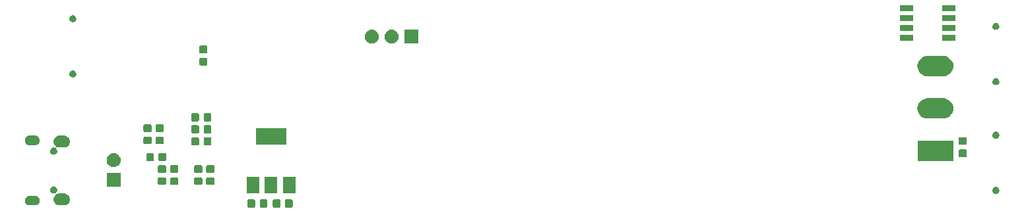
<source format=gbr>
G04 #@! TF.GenerationSoftware,KiCad,Pcbnew,5.0.2-bee76a0~70~ubuntu18.04.1*
G04 #@! TF.CreationDate,2019-10-29T17:05:40+01:00*
G04 #@! TF.ProjectId,emfi,656d6669-2e6b-4696-9361-645f70636258,0.1*
G04 #@! TF.SameCoordinates,Original*
G04 #@! TF.FileFunction,Soldermask,Bot*
G04 #@! TF.FilePolarity,Negative*
%FSLAX46Y46*%
G04 Gerber Fmt 4.6, Leading zero omitted, Abs format (unit mm)*
G04 Created by KiCad (PCBNEW 5.0.2-bee76a0~70~ubuntu18.04.1) date mar. 29 oct. 2019 17:05:40 CET*
%MOMM*%
%LPD*%
G01*
G04 APERTURE LIST*
%ADD10C,0.100000*%
G04 APERTURE END LIST*
D10*
G36*
X73304591Y-58728085D02*
X73338569Y-58738393D01*
X73369887Y-58755133D01*
X73397339Y-58777661D01*
X73419867Y-58805113D01*
X73436607Y-58836431D01*
X73446915Y-58870409D01*
X73451000Y-58911890D01*
X73451000Y-59588110D01*
X73446915Y-59629591D01*
X73436607Y-59663569D01*
X73419867Y-59694887D01*
X73397339Y-59722339D01*
X73369887Y-59744867D01*
X73338569Y-59761607D01*
X73304591Y-59771915D01*
X73263110Y-59776000D01*
X72661890Y-59776000D01*
X72620409Y-59771915D01*
X72586431Y-59761607D01*
X72555113Y-59744867D01*
X72527661Y-59722339D01*
X72505133Y-59694887D01*
X72488393Y-59663569D01*
X72478085Y-59629591D01*
X72474000Y-59588110D01*
X72474000Y-58911890D01*
X72478085Y-58870409D01*
X72488393Y-58836431D01*
X72505133Y-58805113D01*
X72527661Y-58777661D01*
X72555113Y-58755133D01*
X72586431Y-58738393D01*
X72620409Y-58728085D01*
X72661890Y-58724000D01*
X73263110Y-58724000D01*
X73304591Y-58728085D01*
X73304591Y-58728085D01*
G37*
G36*
X76554591Y-58728085D02*
X76588569Y-58738393D01*
X76619887Y-58755133D01*
X76647339Y-58777661D01*
X76669867Y-58805113D01*
X76686607Y-58836431D01*
X76696915Y-58870409D01*
X76701000Y-58911890D01*
X76701000Y-59588110D01*
X76696915Y-59629591D01*
X76686607Y-59663569D01*
X76669867Y-59694887D01*
X76647339Y-59722339D01*
X76619887Y-59744867D01*
X76588569Y-59761607D01*
X76554591Y-59771915D01*
X76513110Y-59776000D01*
X75911890Y-59776000D01*
X75870409Y-59771915D01*
X75836431Y-59761607D01*
X75805113Y-59744867D01*
X75777661Y-59722339D01*
X75755133Y-59694887D01*
X75738393Y-59663569D01*
X75728085Y-59629591D01*
X75724000Y-59588110D01*
X75724000Y-58911890D01*
X75728085Y-58870409D01*
X75738393Y-58836431D01*
X75755133Y-58805113D01*
X75777661Y-58777661D01*
X75805113Y-58755133D01*
X75836431Y-58738393D01*
X75870409Y-58728085D01*
X75911890Y-58724000D01*
X76513110Y-58724000D01*
X76554591Y-58728085D01*
X76554591Y-58728085D01*
G37*
G36*
X78129591Y-58728085D02*
X78163569Y-58738393D01*
X78194887Y-58755133D01*
X78222339Y-58777661D01*
X78244867Y-58805113D01*
X78261607Y-58836431D01*
X78271915Y-58870409D01*
X78276000Y-58911890D01*
X78276000Y-59588110D01*
X78271915Y-59629591D01*
X78261607Y-59663569D01*
X78244867Y-59694887D01*
X78222339Y-59722339D01*
X78194887Y-59744867D01*
X78163569Y-59761607D01*
X78129591Y-59771915D01*
X78088110Y-59776000D01*
X77486890Y-59776000D01*
X77445409Y-59771915D01*
X77411431Y-59761607D01*
X77380113Y-59744867D01*
X77352661Y-59722339D01*
X77330133Y-59694887D01*
X77313393Y-59663569D01*
X77303085Y-59629591D01*
X77299000Y-59588110D01*
X77299000Y-58911890D01*
X77303085Y-58870409D01*
X77313393Y-58836431D01*
X77330133Y-58805113D01*
X77352661Y-58777661D01*
X77380113Y-58755133D01*
X77411431Y-58738393D01*
X77445409Y-58728085D01*
X77486890Y-58724000D01*
X78088110Y-58724000D01*
X78129591Y-58728085D01*
X78129591Y-58728085D01*
G37*
G36*
X74879591Y-58728085D02*
X74913569Y-58738393D01*
X74944887Y-58755133D01*
X74972339Y-58777661D01*
X74994867Y-58805113D01*
X75011607Y-58836431D01*
X75021915Y-58870409D01*
X75026000Y-58911890D01*
X75026000Y-59588110D01*
X75021915Y-59629591D01*
X75011607Y-59663569D01*
X74994867Y-59694887D01*
X74972339Y-59722339D01*
X74944887Y-59744867D01*
X74913569Y-59761607D01*
X74879591Y-59771915D01*
X74838110Y-59776000D01*
X74236890Y-59776000D01*
X74195409Y-59771915D01*
X74161431Y-59761607D01*
X74130113Y-59744867D01*
X74102661Y-59722339D01*
X74080133Y-59694887D01*
X74063393Y-59663569D01*
X74053085Y-59629591D01*
X74049000Y-59588110D01*
X74049000Y-58911890D01*
X74053085Y-58870409D01*
X74063393Y-58836431D01*
X74080133Y-58805113D01*
X74102661Y-58777661D01*
X74130113Y-58755133D01*
X74161431Y-58738393D01*
X74195409Y-58728085D01*
X74236890Y-58724000D01*
X74838110Y-58724000D01*
X74879591Y-58728085D01*
X74879591Y-58728085D01*
G37*
G36*
X45297714Y-58258058D02*
X45297717Y-58258059D01*
X45415719Y-58293854D01*
X45415721Y-58293855D01*
X45524471Y-58351983D01*
X45619790Y-58430210D01*
X45698017Y-58525529D01*
X45756145Y-58634279D01*
X45791942Y-58752286D01*
X45804028Y-58875000D01*
X45791942Y-58997714D01*
X45756145Y-59115721D01*
X45698017Y-59224471D01*
X45619790Y-59319790D01*
X45524471Y-59398017D01*
X45524469Y-59398018D01*
X45415719Y-59456146D01*
X45319683Y-59485278D01*
X45297714Y-59491942D01*
X45205747Y-59501000D01*
X44494253Y-59501000D01*
X44402286Y-59491942D01*
X44380317Y-59485278D01*
X44284281Y-59456146D01*
X44175531Y-59398018D01*
X44175529Y-59398017D01*
X44080210Y-59319790D01*
X44001983Y-59224471D01*
X43943855Y-59115721D01*
X43908058Y-58997714D01*
X43895972Y-58875000D01*
X43908058Y-58752286D01*
X43943855Y-58634279D01*
X44001983Y-58525529D01*
X44080210Y-58430210D01*
X44175529Y-58351983D01*
X44284279Y-58293855D01*
X44284281Y-58293854D01*
X44402283Y-58258059D01*
X44402286Y-58258058D01*
X44494253Y-58249000D01*
X45205747Y-58249000D01*
X45297714Y-58258058D01*
X45297714Y-58258058D01*
G37*
G36*
X47688413Y-57055525D02*
X47763456Y-57078290D01*
X47773425Y-57081314D01*
X47851774Y-57123193D01*
X47920448Y-57179552D01*
X47976807Y-57248226D01*
X48018686Y-57326575D01*
X48018687Y-57326579D01*
X48044475Y-57411587D01*
X48053182Y-57500000D01*
X48044475Y-57588413D01*
X48021710Y-57663456D01*
X48018686Y-57673425D01*
X47990191Y-57726735D01*
X47976807Y-57751775D01*
X47958871Y-57773629D01*
X47927850Y-57811429D01*
X47914239Y-57831798D01*
X47904862Y-57854437D01*
X47900081Y-57878471D01*
X47900081Y-57902975D01*
X47904861Y-57927008D01*
X47914238Y-57949648D01*
X47927852Y-57970022D01*
X47945179Y-57987350D01*
X47965553Y-58000964D01*
X47988192Y-58010341D01*
X48012226Y-58015122D01*
X48036730Y-58015122D01*
X48060763Y-58010342D01*
X48069212Y-58006843D01*
X48076599Y-58004602D01*
X48076601Y-58004601D01*
X48222878Y-57960229D01*
X48222881Y-57960228D01*
X48336882Y-57949000D01*
X48963118Y-57949000D01*
X49077119Y-57960228D01*
X49077122Y-57960229D01*
X49223399Y-58004601D01*
X49223401Y-58004602D01*
X49358210Y-58076659D01*
X49476369Y-58173631D01*
X49573341Y-58291790D01*
X49573342Y-58291792D01*
X49645399Y-58426601D01*
X49675408Y-58525529D01*
X49689772Y-58572881D01*
X49704754Y-58725000D01*
X49689772Y-58877119D01*
X49645398Y-59023401D01*
X49573341Y-59158210D01*
X49476369Y-59276369D01*
X49358210Y-59373341D01*
X49312043Y-59398018D01*
X49223399Y-59445399D01*
X49104352Y-59481511D01*
X49077119Y-59489772D01*
X48963118Y-59501000D01*
X48336882Y-59501000D01*
X48222881Y-59489772D01*
X48195648Y-59481511D01*
X48076601Y-59445399D01*
X47987957Y-59398018D01*
X47941790Y-59373341D01*
X47823631Y-59276369D01*
X47726659Y-59158210D01*
X47654602Y-59023401D01*
X47610228Y-58877119D01*
X47595246Y-58725000D01*
X47610228Y-58572881D01*
X47624592Y-58525529D01*
X47654601Y-58426601D01*
X47726658Y-58291792D01*
X47726659Y-58291790D01*
X47823632Y-58173630D01*
X47860105Y-58143696D01*
X47877432Y-58126369D01*
X47891046Y-58105994D01*
X47900423Y-58083355D01*
X47905203Y-58059322D01*
X47905203Y-58034817D01*
X47900422Y-58010784D01*
X47891044Y-57988145D01*
X47877430Y-57967771D01*
X47860103Y-57950444D01*
X47839728Y-57936830D01*
X47817089Y-57927453D01*
X47793056Y-57922673D01*
X47768551Y-57922673D01*
X47744524Y-57927453D01*
X47723489Y-57933833D01*
X47688411Y-57944475D01*
X47622158Y-57951000D01*
X47577842Y-57951000D01*
X47511587Y-57944475D01*
X47436544Y-57921710D01*
X47426575Y-57918686D01*
X47348226Y-57876807D01*
X47279552Y-57820448D01*
X47223193Y-57751774D01*
X47181314Y-57673425D01*
X47178290Y-57663456D01*
X47155525Y-57588413D01*
X47146818Y-57500000D01*
X47155525Y-57411587D01*
X47181313Y-57326579D01*
X47181314Y-57326575D01*
X47223193Y-57248226D01*
X47279552Y-57179552D01*
X47348226Y-57123193D01*
X47426575Y-57081314D01*
X47436544Y-57078290D01*
X47511587Y-57055525D01*
X47577842Y-57049000D01*
X47622158Y-57049000D01*
X47688413Y-57055525D01*
X47688413Y-57055525D01*
G37*
G36*
X168631552Y-57126331D02*
X168713625Y-57160327D01*
X168713626Y-57160328D01*
X168713629Y-57160329D01*
X168787496Y-57209686D01*
X168787500Y-57209689D01*
X168850311Y-57272500D01*
X168850313Y-57272503D01*
X168850314Y-57272504D01*
X168899671Y-57346371D01*
X168899672Y-57346374D01*
X168899673Y-57346375D01*
X168933669Y-57428448D01*
X168951000Y-57515579D01*
X168951000Y-57604421D01*
X168933669Y-57691552D01*
X168899673Y-57773625D01*
X168899671Y-57773629D01*
X168868387Y-57820448D01*
X168850311Y-57847500D01*
X168787500Y-57910311D01*
X168787497Y-57910313D01*
X168787496Y-57910314D01*
X168713629Y-57959671D01*
X168713626Y-57959672D01*
X168713625Y-57959673D01*
X168631552Y-57993669D01*
X168544421Y-58011000D01*
X168455579Y-58011000D01*
X168368448Y-57993669D01*
X168286375Y-57959673D01*
X168286374Y-57959672D01*
X168286371Y-57959671D01*
X168212504Y-57910314D01*
X168212503Y-57910313D01*
X168212500Y-57910311D01*
X168149689Y-57847500D01*
X168131613Y-57820448D01*
X168100329Y-57773629D01*
X168100327Y-57773625D01*
X168066331Y-57691552D01*
X168049000Y-57604421D01*
X168049000Y-57515579D01*
X168066331Y-57428448D01*
X168100327Y-57346375D01*
X168100328Y-57346374D01*
X168100329Y-57346371D01*
X168149686Y-57272504D01*
X168149687Y-57272503D01*
X168149689Y-57272500D01*
X168212500Y-57209689D01*
X168212504Y-57209686D01*
X168286371Y-57160329D01*
X168286374Y-57160328D01*
X168286375Y-57160327D01*
X168368448Y-57126331D01*
X168455579Y-57109000D01*
X168544421Y-57109000D01*
X168631552Y-57126331D01*
X168631552Y-57126331D01*
G37*
G36*
X78612079Y-57965277D02*
X77010079Y-57965277D01*
X77010079Y-55863277D01*
X78612079Y-55863277D01*
X78612079Y-57965277D01*
X78612079Y-57965277D01*
G37*
G36*
X74012079Y-57965277D02*
X72410079Y-57965277D01*
X72410079Y-55863277D01*
X74012079Y-55863277D01*
X74012079Y-57965277D01*
X74012079Y-57965277D01*
G37*
G36*
X76312079Y-57965277D02*
X74710079Y-57965277D01*
X74710079Y-55863277D01*
X76312079Y-55863277D01*
X76312079Y-57965277D01*
X76312079Y-57965277D01*
G37*
G36*
X56201000Y-57101000D02*
X54399000Y-57101000D01*
X54399000Y-55299000D01*
X56201000Y-55299000D01*
X56201000Y-57101000D01*
X56201000Y-57101000D01*
G37*
G36*
X68079591Y-55903085D02*
X68113569Y-55913393D01*
X68144887Y-55930133D01*
X68172339Y-55952661D01*
X68194867Y-55980113D01*
X68211607Y-56011431D01*
X68221915Y-56045409D01*
X68226000Y-56086890D01*
X68226000Y-56688110D01*
X68221915Y-56729591D01*
X68211607Y-56763569D01*
X68194867Y-56794887D01*
X68172339Y-56822339D01*
X68144887Y-56844867D01*
X68113569Y-56861607D01*
X68079591Y-56871915D01*
X68038110Y-56876000D01*
X67361890Y-56876000D01*
X67320409Y-56871915D01*
X67286431Y-56861607D01*
X67255113Y-56844867D01*
X67227661Y-56822339D01*
X67205133Y-56794887D01*
X67188393Y-56763569D01*
X67178085Y-56729591D01*
X67174000Y-56688110D01*
X67174000Y-56086890D01*
X67178085Y-56045409D01*
X67188393Y-56011431D01*
X67205133Y-55980113D01*
X67227661Y-55952661D01*
X67255113Y-55930133D01*
X67286431Y-55913393D01*
X67320409Y-55903085D01*
X67361890Y-55899000D01*
X68038110Y-55899000D01*
X68079591Y-55903085D01*
X68079591Y-55903085D01*
G37*
G36*
X66529591Y-55903085D02*
X66563569Y-55913393D01*
X66594887Y-55930133D01*
X66622339Y-55952661D01*
X66644867Y-55980113D01*
X66661607Y-56011431D01*
X66671915Y-56045409D01*
X66676000Y-56086890D01*
X66676000Y-56688110D01*
X66671915Y-56729591D01*
X66661607Y-56763569D01*
X66644867Y-56794887D01*
X66622339Y-56822339D01*
X66594887Y-56844867D01*
X66563569Y-56861607D01*
X66529591Y-56871915D01*
X66488110Y-56876000D01*
X65811890Y-56876000D01*
X65770409Y-56871915D01*
X65736431Y-56861607D01*
X65705113Y-56844867D01*
X65677661Y-56822339D01*
X65655133Y-56794887D01*
X65638393Y-56763569D01*
X65628085Y-56729591D01*
X65624000Y-56688110D01*
X65624000Y-56086890D01*
X65628085Y-56045409D01*
X65638393Y-56011431D01*
X65655133Y-55980113D01*
X65677661Y-55952661D01*
X65705113Y-55930133D01*
X65736431Y-55913393D01*
X65770409Y-55903085D01*
X65811890Y-55899000D01*
X66488110Y-55899000D01*
X66529591Y-55903085D01*
X66529591Y-55903085D01*
G37*
G36*
X61879591Y-55903085D02*
X61913569Y-55913393D01*
X61944887Y-55930133D01*
X61972339Y-55952661D01*
X61994867Y-55980113D01*
X62011607Y-56011431D01*
X62021915Y-56045409D01*
X62026000Y-56086890D01*
X62026000Y-56688110D01*
X62021915Y-56729591D01*
X62011607Y-56763569D01*
X61994867Y-56794887D01*
X61972339Y-56822339D01*
X61944887Y-56844867D01*
X61913569Y-56861607D01*
X61879591Y-56871915D01*
X61838110Y-56876000D01*
X61161890Y-56876000D01*
X61120409Y-56871915D01*
X61086431Y-56861607D01*
X61055113Y-56844867D01*
X61027661Y-56822339D01*
X61005133Y-56794887D01*
X60988393Y-56763569D01*
X60978085Y-56729591D01*
X60974000Y-56688110D01*
X60974000Y-56086890D01*
X60978085Y-56045409D01*
X60988393Y-56011431D01*
X61005133Y-55980113D01*
X61027661Y-55952661D01*
X61055113Y-55930133D01*
X61086431Y-55913393D01*
X61120409Y-55903085D01*
X61161890Y-55899000D01*
X61838110Y-55899000D01*
X61879591Y-55903085D01*
X61879591Y-55903085D01*
G37*
G36*
X63429591Y-55903085D02*
X63463569Y-55913393D01*
X63494887Y-55930133D01*
X63522339Y-55952661D01*
X63544867Y-55980113D01*
X63561607Y-56011431D01*
X63571915Y-56045409D01*
X63576000Y-56086890D01*
X63576000Y-56688110D01*
X63571915Y-56729591D01*
X63561607Y-56763569D01*
X63544867Y-56794887D01*
X63522339Y-56822339D01*
X63494887Y-56844867D01*
X63463569Y-56861607D01*
X63429591Y-56871915D01*
X63388110Y-56876000D01*
X62711890Y-56876000D01*
X62670409Y-56871915D01*
X62636431Y-56861607D01*
X62605113Y-56844867D01*
X62577661Y-56822339D01*
X62555133Y-56794887D01*
X62538393Y-56763569D01*
X62528085Y-56729591D01*
X62524000Y-56688110D01*
X62524000Y-56086890D01*
X62528085Y-56045409D01*
X62538393Y-56011431D01*
X62555133Y-55980113D01*
X62577661Y-55952661D01*
X62605113Y-55930133D01*
X62636431Y-55913393D01*
X62670409Y-55903085D01*
X62711890Y-55899000D01*
X63388110Y-55899000D01*
X63429591Y-55903085D01*
X63429591Y-55903085D01*
G37*
G36*
X61879591Y-54328085D02*
X61913569Y-54338393D01*
X61944887Y-54355133D01*
X61972339Y-54377661D01*
X61994867Y-54405113D01*
X62011607Y-54436431D01*
X62021915Y-54470409D01*
X62026000Y-54511890D01*
X62026000Y-55113110D01*
X62021915Y-55154591D01*
X62011607Y-55188569D01*
X61994867Y-55219887D01*
X61972339Y-55247339D01*
X61944887Y-55269867D01*
X61913569Y-55286607D01*
X61879591Y-55296915D01*
X61838110Y-55301000D01*
X61161890Y-55301000D01*
X61120409Y-55296915D01*
X61086431Y-55286607D01*
X61055113Y-55269867D01*
X61027661Y-55247339D01*
X61005133Y-55219887D01*
X60988393Y-55188569D01*
X60978085Y-55154591D01*
X60974000Y-55113110D01*
X60974000Y-54511890D01*
X60978085Y-54470409D01*
X60988393Y-54436431D01*
X61005133Y-54405113D01*
X61027661Y-54377661D01*
X61055113Y-54355133D01*
X61086431Y-54338393D01*
X61120409Y-54328085D01*
X61161890Y-54324000D01*
X61838110Y-54324000D01*
X61879591Y-54328085D01*
X61879591Y-54328085D01*
G37*
G36*
X63429591Y-54328085D02*
X63463569Y-54338393D01*
X63494887Y-54355133D01*
X63522339Y-54377661D01*
X63544867Y-54405113D01*
X63561607Y-54436431D01*
X63571915Y-54470409D01*
X63576000Y-54511890D01*
X63576000Y-55113110D01*
X63571915Y-55154591D01*
X63561607Y-55188569D01*
X63544867Y-55219887D01*
X63522339Y-55247339D01*
X63494887Y-55269867D01*
X63463569Y-55286607D01*
X63429591Y-55296915D01*
X63388110Y-55301000D01*
X62711890Y-55301000D01*
X62670409Y-55296915D01*
X62636431Y-55286607D01*
X62605113Y-55269867D01*
X62577661Y-55247339D01*
X62555133Y-55219887D01*
X62538393Y-55188569D01*
X62528085Y-55154591D01*
X62524000Y-55113110D01*
X62524000Y-54511890D01*
X62528085Y-54470409D01*
X62538393Y-54436431D01*
X62555133Y-54405113D01*
X62577661Y-54377661D01*
X62605113Y-54355133D01*
X62636431Y-54338393D01*
X62670409Y-54328085D01*
X62711890Y-54324000D01*
X63388110Y-54324000D01*
X63429591Y-54328085D01*
X63429591Y-54328085D01*
G37*
G36*
X66529591Y-54328085D02*
X66563569Y-54338393D01*
X66594887Y-54355133D01*
X66622339Y-54377661D01*
X66644867Y-54405113D01*
X66661607Y-54436431D01*
X66671915Y-54470409D01*
X66676000Y-54511890D01*
X66676000Y-55113110D01*
X66671915Y-55154591D01*
X66661607Y-55188569D01*
X66644867Y-55219887D01*
X66622339Y-55247339D01*
X66594887Y-55269867D01*
X66563569Y-55286607D01*
X66529591Y-55296915D01*
X66488110Y-55301000D01*
X65811890Y-55301000D01*
X65770409Y-55296915D01*
X65736431Y-55286607D01*
X65705113Y-55269867D01*
X65677661Y-55247339D01*
X65655133Y-55219887D01*
X65638393Y-55188569D01*
X65628085Y-55154591D01*
X65624000Y-55113110D01*
X65624000Y-54511890D01*
X65628085Y-54470409D01*
X65638393Y-54436431D01*
X65655133Y-54405113D01*
X65677661Y-54377661D01*
X65705113Y-54355133D01*
X65736431Y-54338393D01*
X65770409Y-54328085D01*
X65811890Y-54324000D01*
X66488110Y-54324000D01*
X66529591Y-54328085D01*
X66529591Y-54328085D01*
G37*
G36*
X68079591Y-54328085D02*
X68113569Y-54338393D01*
X68144887Y-54355133D01*
X68172339Y-54377661D01*
X68194867Y-54405113D01*
X68211607Y-54436431D01*
X68221915Y-54470409D01*
X68226000Y-54511890D01*
X68226000Y-55113110D01*
X68221915Y-55154591D01*
X68211607Y-55188569D01*
X68194867Y-55219887D01*
X68172339Y-55247339D01*
X68144887Y-55269867D01*
X68113569Y-55286607D01*
X68079591Y-55296915D01*
X68038110Y-55301000D01*
X67361890Y-55301000D01*
X67320409Y-55296915D01*
X67286431Y-55286607D01*
X67255113Y-55269867D01*
X67227661Y-55247339D01*
X67205133Y-55219887D01*
X67188393Y-55188569D01*
X67178085Y-55154591D01*
X67174000Y-55113110D01*
X67174000Y-54511890D01*
X67178085Y-54470409D01*
X67188393Y-54436431D01*
X67205133Y-54405113D01*
X67227661Y-54377661D01*
X67255113Y-54355133D01*
X67286431Y-54338393D01*
X67320409Y-54328085D01*
X67361890Y-54324000D01*
X68038110Y-54324000D01*
X68079591Y-54328085D01*
X68079591Y-54328085D01*
G37*
G36*
X55410442Y-52765518D02*
X55476627Y-52772037D01*
X55585730Y-52805133D01*
X55646467Y-52823557D01*
X55705503Y-52855113D01*
X55802991Y-52907222D01*
X55816961Y-52918687D01*
X55940186Y-53019814D01*
X55996234Y-53088110D01*
X56052778Y-53157009D01*
X56052779Y-53157011D01*
X56136443Y-53313533D01*
X56136443Y-53313534D01*
X56187963Y-53483373D01*
X56205359Y-53660000D01*
X56187963Y-53836627D01*
X56153616Y-53949853D01*
X56136443Y-54006467D01*
X56062348Y-54145087D01*
X56052778Y-54162991D01*
X56023448Y-54198729D01*
X55940186Y-54300186D01*
X55845781Y-54377661D01*
X55802991Y-54412778D01*
X55802989Y-54412779D01*
X55646467Y-54496443D01*
X55595544Y-54511890D01*
X55476627Y-54547963D01*
X55410442Y-54554482D01*
X55344260Y-54561000D01*
X55255740Y-54561000D01*
X55189558Y-54554482D01*
X55123373Y-54547963D01*
X55004456Y-54511890D01*
X54953533Y-54496443D01*
X54797011Y-54412779D01*
X54797009Y-54412778D01*
X54754219Y-54377661D01*
X54659814Y-54300186D01*
X54576552Y-54198729D01*
X54547222Y-54162991D01*
X54537652Y-54145087D01*
X54463557Y-54006467D01*
X54446384Y-53949853D01*
X54412037Y-53836627D01*
X54394641Y-53660000D01*
X54412037Y-53483373D01*
X54463557Y-53313534D01*
X54463557Y-53313533D01*
X54547221Y-53157011D01*
X54547222Y-53157009D01*
X54603766Y-53088110D01*
X54659814Y-53019814D01*
X54783039Y-52918687D01*
X54797009Y-52907222D01*
X54894497Y-52855113D01*
X54953533Y-52823557D01*
X55014270Y-52805133D01*
X55123373Y-52772037D01*
X55189557Y-52765519D01*
X55255740Y-52759000D01*
X55344260Y-52759000D01*
X55410442Y-52765518D01*
X55410442Y-52765518D01*
G37*
G36*
X61879591Y-52778085D02*
X61913569Y-52788393D01*
X61944887Y-52805133D01*
X61972339Y-52827661D01*
X61994867Y-52855113D01*
X62011607Y-52886431D01*
X62021915Y-52920409D01*
X62026000Y-52961890D01*
X62026000Y-53638110D01*
X62021915Y-53679591D01*
X62011607Y-53713569D01*
X61994867Y-53744887D01*
X61972339Y-53772339D01*
X61944887Y-53794867D01*
X61913569Y-53811607D01*
X61879591Y-53821915D01*
X61838110Y-53826000D01*
X61236890Y-53826000D01*
X61195409Y-53821915D01*
X61161431Y-53811607D01*
X61130113Y-53794867D01*
X61102661Y-53772339D01*
X61080133Y-53744887D01*
X61063393Y-53713569D01*
X61053085Y-53679591D01*
X61049000Y-53638110D01*
X61049000Y-52961890D01*
X61053085Y-52920409D01*
X61063393Y-52886431D01*
X61080133Y-52855113D01*
X61102661Y-52827661D01*
X61130113Y-52805133D01*
X61161431Y-52788393D01*
X61195409Y-52778085D01*
X61236890Y-52774000D01*
X61838110Y-52774000D01*
X61879591Y-52778085D01*
X61879591Y-52778085D01*
G37*
G36*
X60304591Y-52778085D02*
X60338569Y-52788393D01*
X60369887Y-52805133D01*
X60397339Y-52827661D01*
X60419867Y-52855113D01*
X60436607Y-52886431D01*
X60446915Y-52920409D01*
X60451000Y-52961890D01*
X60451000Y-53638110D01*
X60446915Y-53679591D01*
X60436607Y-53713569D01*
X60419867Y-53744887D01*
X60397339Y-53772339D01*
X60369887Y-53794867D01*
X60338569Y-53811607D01*
X60304591Y-53821915D01*
X60263110Y-53826000D01*
X59661890Y-53826000D01*
X59620409Y-53821915D01*
X59586431Y-53811607D01*
X59555113Y-53794867D01*
X59527661Y-53772339D01*
X59505133Y-53744887D01*
X59488393Y-53713569D01*
X59478085Y-53679591D01*
X59474000Y-53638110D01*
X59474000Y-52961890D01*
X59478085Y-52920409D01*
X59488393Y-52886431D01*
X59505133Y-52855113D01*
X59527661Y-52827661D01*
X59555113Y-52805133D01*
X59586431Y-52788393D01*
X59620409Y-52778085D01*
X59661890Y-52774000D01*
X60263110Y-52774000D01*
X60304591Y-52778085D01*
X60304591Y-52778085D01*
G37*
G36*
X163051000Y-53751000D02*
X158449000Y-53751000D01*
X158449000Y-51149000D01*
X163051000Y-51149000D01*
X163051000Y-53751000D01*
X163051000Y-53751000D01*
G37*
G36*
X164629591Y-52303085D02*
X164663569Y-52313393D01*
X164694887Y-52330133D01*
X164722339Y-52352661D01*
X164744867Y-52380113D01*
X164761607Y-52411431D01*
X164771915Y-52445409D01*
X164776000Y-52486890D01*
X164776000Y-53088110D01*
X164771915Y-53129591D01*
X164761607Y-53163569D01*
X164744867Y-53194887D01*
X164722339Y-53222339D01*
X164694887Y-53244867D01*
X164663569Y-53261607D01*
X164629591Y-53271915D01*
X164588110Y-53276000D01*
X163911890Y-53276000D01*
X163870409Y-53271915D01*
X163836431Y-53261607D01*
X163805113Y-53244867D01*
X163777661Y-53222339D01*
X163755133Y-53194887D01*
X163738393Y-53163569D01*
X163728085Y-53129591D01*
X163724000Y-53088110D01*
X163724000Y-52486890D01*
X163728085Y-52445409D01*
X163738393Y-52411431D01*
X163755133Y-52380113D01*
X163777661Y-52352661D01*
X163805113Y-52330133D01*
X163836431Y-52313393D01*
X163870409Y-52303085D01*
X163911890Y-52299000D01*
X164588110Y-52299000D01*
X164629591Y-52303085D01*
X164629591Y-52303085D01*
G37*
G36*
X49077119Y-50510228D02*
X49077122Y-50510229D01*
X49223399Y-50554601D01*
X49223401Y-50554602D01*
X49358210Y-50626659D01*
X49476369Y-50723631D01*
X49573341Y-50841790D01*
X49645398Y-50976599D01*
X49689772Y-51122881D01*
X49704754Y-51275000D01*
X49689772Y-51427119D01*
X49689771Y-51427122D01*
X49645721Y-51572339D01*
X49645398Y-51573401D01*
X49573341Y-51708210D01*
X49476369Y-51826369D01*
X49358210Y-51923341D01*
X49358208Y-51923342D01*
X49223399Y-51995399D01*
X49166509Y-52012656D01*
X49077119Y-52039772D01*
X48963118Y-52051000D01*
X48336882Y-52051000D01*
X48222881Y-52039772D01*
X48133491Y-52012656D01*
X48076601Y-51995399D01*
X48076599Y-51995398D01*
X48069208Y-51993156D01*
X48060754Y-51989655D01*
X48036721Y-51984877D01*
X48012216Y-51984879D01*
X47988183Y-51989662D01*
X47965545Y-51999041D01*
X47945172Y-52012656D01*
X47927846Y-52029985D01*
X47914234Y-52050361D01*
X47904858Y-52073001D01*
X47900080Y-52097034D01*
X47900082Y-52121539D01*
X47904865Y-52145572D01*
X47914244Y-52168210D01*
X47927850Y-52188571D01*
X47951496Y-52217385D01*
X47976807Y-52248225D01*
X47990191Y-52273265D01*
X48018686Y-52326575D01*
X48018687Y-52326579D01*
X48044475Y-52411587D01*
X48053182Y-52500000D01*
X48044475Y-52588413D01*
X48021710Y-52663456D01*
X48018686Y-52673425D01*
X47976807Y-52751774D01*
X47920448Y-52820448D01*
X47851774Y-52876807D01*
X47773425Y-52918686D01*
X47767745Y-52920409D01*
X47688413Y-52944475D01*
X47622158Y-52951000D01*
X47577842Y-52951000D01*
X47511587Y-52944475D01*
X47432255Y-52920409D01*
X47426575Y-52918686D01*
X47348226Y-52876807D01*
X47279552Y-52820448D01*
X47223193Y-52751774D01*
X47181314Y-52673425D01*
X47178290Y-52663456D01*
X47155525Y-52588413D01*
X47146818Y-52500000D01*
X47155525Y-52411587D01*
X47181313Y-52326579D01*
X47181314Y-52326575D01*
X47223193Y-52248226D01*
X47279552Y-52179552D01*
X47348226Y-52123193D01*
X47426575Y-52081314D01*
X47439719Y-52077327D01*
X47511587Y-52055525D01*
X47577842Y-52049000D01*
X47622158Y-52049000D01*
X47688411Y-52055525D01*
X47723489Y-52066167D01*
X47744524Y-52072547D01*
X47768551Y-52077327D01*
X47793055Y-52077327D01*
X47817089Y-52072547D01*
X47839728Y-52063170D01*
X47860103Y-52049556D01*
X47877430Y-52032230D01*
X47891044Y-52011855D01*
X47900422Y-51989216D01*
X47905203Y-51965183D01*
X47905203Y-51940679D01*
X47900423Y-51916645D01*
X47891046Y-51894006D01*
X47877432Y-51873631D01*
X47860105Y-51856304D01*
X47823632Y-51826370D01*
X47726659Y-51708210D01*
X47654602Y-51573401D01*
X47654280Y-51572339D01*
X47610229Y-51427122D01*
X47610228Y-51427119D01*
X47595246Y-51275000D01*
X47610228Y-51122881D01*
X47654602Y-50976599D01*
X47726659Y-50841790D01*
X47823631Y-50723631D01*
X47941790Y-50626659D01*
X48076599Y-50554602D01*
X48076601Y-50554601D01*
X48222878Y-50510229D01*
X48222881Y-50510228D01*
X48336882Y-50499000D01*
X48963118Y-50499000D01*
X49077119Y-50510228D01*
X49077119Y-50510228D01*
G37*
G36*
X67679591Y-50728085D02*
X67713569Y-50738393D01*
X67744887Y-50755133D01*
X67772339Y-50777661D01*
X67794867Y-50805113D01*
X67811607Y-50836431D01*
X67821915Y-50870409D01*
X67826000Y-50911890D01*
X67826000Y-51588110D01*
X67821915Y-51629591D01*
X67811607Y-51663569D01*
X67794867Y-51694887D01*
X67772339Y-51722339D01*
X67744887Y-51744867D01*
X67713569Y-51761607D01*
X67679591Y-51771915D01*
X67638110Y-51776000D01*
X67036890Y-51776000D01*
X66995409Y-51771915D01*
X66961431Y-51761607D01*
X66930113Y-51744867D01*
X66902661Y-51722339D01*
X66880133Y-51694887D01*
X66863393Y-51663569D01*
X66853085Y-51629591D01*
X66849000Y-51588110D01*
X66849000Y-50911890D01*
X66853085Y-50870409D01*
X66863393Y-50836431D01*
X66880133Y-50805113D01*
X66902661Y-50777661D01*
X66930113Y-50755133D01*
X66961431Y-50738393D01*
X66995409Y-50728085D01*
X67036890Y-50724000D01*
X67638110Y-50724000D01*
X67679591Y-50728085D01*
X67679591Y-50728085D01*
G37*
G36*
X66104591Y-50728085D02*
X66138569Y-50738393D01*
X66169887Y-50755133D01*
X66197339Y-50777661D01*
X66219867Y-50805113D01*
X66236607Y-50836431D01*
X66246915Y-50870409D01*
X66251000Y-50911890D01*
X66251000Y-51588110D01*
X66246915Y-51629591D01*
X66236607Y-51663569D01*
X66219867Y-51694887D01*
X66197339Y-51722339D01*
X66169887Y-51744867D01*
X66138569Y-51761607D01*
X66104591Y-51771915D01*
X66063110Y-51776000D01*
X65461890Y-51776000D01*
X65420409Y-51771915D01*
X65386431Y-51761607D01*
X65355113Y-51744867D01*
X65327661Y-51722339D01*
X65305133Y-51694887D01*
X65288393Y-51663569D01*
X65278085Y-51629591D01*
X65274000Y-51588110D01*
X65274000Y-50911890D01*
X65278085Y-50870409D01*
X65288393Y-50836431D01*
X65305133Y-50805113D01*
X65327661Y-50777661D01*
X65355113Y-50755133D01*
X65386431Y-50738393D01*
X65420409Y-50728085D01*
X65461890Y-50724000D01*
X66063110Y-50724000D01*
X66104591Y-50728085D01*
X66104591Y-50728085D01*
G37*
G36*
X45297714Y-50508058D02*
X45304871Y-50510229D01*
X45415719Y-50543854D01*
X45415721Y-50543855D01*
X45524471Y-50601983D01*
X45619790Y-50680210D01*
X45698017Y-50775529D01*
X45732303Y-50839673D01*
X45756146Y-50884281D01*
X45764521Y-50911890D01*
X45791942Y-51002286D01*
X45804028Y-51125000D01*
X45791942Y-51247714D01*
X45756145Y-51365721D01*
X45698017Y-51474471D01*
X45619790Y-51569790D01*
X45524471Y-51648017D01*
X45415721Y-51706145D01*
X45415719Y-51706146D01*
X45321139Y-51734836D01*
X45297714Y-51741942D01*
X45205747Y-51751000D01*
X44494253Y-51751000D01*
X44402286Y-51741942D01*
X44378861Y-51734836D01*
X44284281Y-51706146D01*
X44284279Y-51706145D01*
X44175529Y-51648017D01*
X44080210Y-51569790D01*
X44001983Y-51474471D01*
X43943855Y-51365721D01*
X43908058Y-51247714D01*
X43895972Y-51125000D01*
X43908058Y-51002286D01*
X43935479Y-50911890D01*
X43943854Y-50884281D01*
X43967697Y-50839673D01*
X44001983Y-50775529D01*
X44080210Y-50680210D01*
X44175529Y-50601983D01*
X44284279Y-50543855D01*
X44284281Y-50543854D01*
X44395129Y-50510229D01*
X44402286Y-50508058D01*
X44494253Y-50499000D01*
X45205747Y-50499000D01*
X45297714Y-50508058D01*
X45297714Y-50508058D01*
G37*
G36*
X164629591Y-50728085D02*
X164663569Y-50738393D01*
X164694887Y-50755133D01*
X164722339Y-50777661D01*
X164744867Y-50805113D01*
X164761607Y-50836431D01*
X164771915Y-50870409D01*
X164776000Y-50911890D01*
X164776000Y-51513110D01*
X164771915Y-51554591D01*
X164761607Y-51588569D01*
X164744867Y-51619887D01*
X164722339Y-51647339D01*
X164694887Y-51669867D01*
X164663569Y-51686607D01*
X164629591Y-51696915D01*
X164588110Y-51701000D01*
X163911890Y-51701000D01*
X163870409Y-51696915D01*
X163836431Y-51686607D01*
X163805113Y-51669867D01*
X163777661Y-51647339D01*
X163755133Y-51619887D01*
X163738393Y-51588569D01*
X163728085Y-51554591D01*
X163724000Y-51513110D01*
X163724000Y-50911890D01*
X163728085Y-50870409D01*
X163738393Y-50836431D01*
X163755133Y-50805113D01*
X163777661Y-50777661D01*
X163805113Y-50755133D01*
X163836431Y-50738393D01*
X163870409Y-50728085D01*
X163911890Y-50724000D01*
X164588110Y-50724000D01*
X164629591Y-50728085D01*
X164629591Y-50728085D01*
G37*
G36*
X77462079Y-51665277D02*
X73560079Y-51665277D01*
X73560079Y-49563277D01*
X77462079Y-49563277D01*
X77462079Y-51665277D01*
X77462079Y-51665277D01*
G37*
G36*
X61579591Y-50653085D02*
X61613569Y-50663393D01*
X61644887Y-50680133D01*
X61672339Y-50702661D01*
X61694867Y-50730113D01*
X61711607Y-50761431D01*
X61721915Y-50795409D01*
X61726000Y-50836890D01*
X61726000Y-51438110D01*
X61721915Y-51479591D01*
X61711607Y-51513569D01*
X61694867Y-51544887D01*
X61672339Y-51572339D01*
X61644887Y-51594867D01*
X61613569Y-51611607D01*
X61579591Y-51621915D01*
X61538110Y-51626000D01*
X60861890Y-51626000D01*
X60820409Y-51621915D01*
X60786431Y-51611607D01*
X60755113Y-51594867D01*
X60727661Y-51572339D01*
X60705133Y-51544887D01*
X60688393Y-51513569D01*
X60678085Y-51479591D01*
X60674000Y-51438110D01*
X60674000Y-50836890D01*
X60678085Y-50795409D01*
X60688393Y-50761431D01*
X60705133Y-50730113D01*
X60727661Y-50702661D01*
X60755113Y-50680133D01*
X60786431Y-50663393D01*
X60820409Y-50653085D01*
X60861890Y-50649000D01*
X61538110Y-50649000D01*
X61579591Y-50653085D01*
X61579591Y-50653085D01*
G37*
G36*
X60029591Y-50653085D02*
X60063569Y-50663393D01*
X60094887Y-50680133D01*
X60122339Y-50702661D01*
X60144867Y-50730113D01*
X60161607Y-50761431D01*
X60171915Y-50795409D01*
X60176000Y-50836890D01*
X60176000Y-51438110D01*
X60171915Y-51479591D01*
X60161607Y-51513569D01*
X60144867Y-51544887D01*
X60122339Y-51572339D01*
X60094887Y-51594867D01*
X60063569Y-51611607D01*
X60029591Y-51621915D01*
X59988110Y-51626000D01*
X59311890Y-51626000D01*
X59270409Y-51621915D01*
X59236431Y-51611607D01*
X59205113Y-51594867D01*
X59177661Y-51572339D01*
X59155133Y-51544887D01*
X59138393Y-51513569D01*
X59128085Y-51479591D01*
X59124000Y-51438110D01*
X59124000Y-50836890D01*
X59128085Y-50795409D01*
X59138393Y-50761431D01*
X59155133Y-50730113D01*
X59177661Y-50702661D01*
X59205113Y-50680133D01*
X59236431Y-50663393D01*
X59270409Y-50653085D01*
X59311890Y-50649000D01*
X59988110Y-50649000D01*
X60029591Y-50653085D01*
X60029591Y-50653085D01*
G37*
G36*
X168631552Y-50006331D02*
X168713625Y-50040327D01*
X168713626Y-50040328D01*
X168713629Y-50040329D01*
X168787496Y-50089686D01*
X168787500Y-50089689D01*
X168850311Y-50152500D01*
X168850313Y-50152503D01*
X168850314Y-50152504D01*
X168899671Y-50226371D01*
X168899672Y-50226374D01*
X168899673Y-50226375D01*
X168933669Y-50308448D01*
X168951000Y-50395579D01*
X168951000Y-50484421D01*
X168933669Y-50571552D01*
X168899673Y-50653625D01*
X168899671Y-50653629D01*
X168852650Y-50724000D01*
X168850311Y-50727500D01*
X168787500Y-50790311D01*
X168787497Y-50790313D01*
X168787496Y-50790314D01*
X168713629Y-50839671D01*
X168713626Y-50839672D01*
X168713625Y-50839673D01*
X168631552Y-50873669D01*
X168544421Y-50891000D01*
X168455579Y-50891000D01*
X168368448Y-50873669D01*
X168286375Y-50839673D01*
X168286374Y-50839672D01*
X168286371Y-50839671D01*
X168212504Y-50790314D01*
X168212503Y-50790313D01*
X168212500Y-50790311D01*
X168149689Y-50727500D01*
X168147350Y-50724000D01*
X168100329Y-50653629D01*
X168100327Y-50653625D01*
X168066331Y-50571552D01*
X168049000Y-50484421D01*
X168049000Y-50395579D01*
X168066331Y-50308448D01*
X168100327Y-50226375D01*
X168100328Y-50226374D01*
X168100329Y-50226371D01*
X168149686Y-50152504D01*
X168149687Y-50152503D01*
X168149689Y-50152500D01*
X168212500Y-50089689D01*
X168212504Y-50089686D01*
X168286371Y-50040329D01*
X168286374Y-50040328D01*
X168286375Y-50040327D01*
X168368448Y-50006331D01*
X168455579Y-49989000D01*
X168544421Y-49989000D01*
X168631552Y-50006331D01*
X168631552Y-50006331D01*
G37*
G36*
X67679591Y-49178085D02*
X67713569Y-49188393D01*
X67744887Y-49205133D01*
X67772339Y-49227661D01*
X67794867Y-49255113D01*
X67811607Y-49286431D01*
X67821915Y-49320409D01*
X67826000Y-49361890D01*
X67826000Y-50038110D01*
X67821915Y-50079591D01*
X67811607Y-50113569D01*
X67794867Y-50144887D01*
X67772339Y-50172339D01*
X67744887Y-50194867D01*
X67713569Y-50211607D01*
X67679591Y-50221915D01*
X67638110Y-50226000D01*
X67036890Y-50226000D01*
X66995409Y-50221915D01*
X66961431Y-50211607D01*
X66930113Y-50194867D01*
X66902661Y-50172339D01*
X66880133Y-50144887D01*
X66863393Y-50113569D01*
X66853085Y-50079591D01*
X66849000Y-50038110D01*
X66849000Y-49361890D01*
X66853085Y-49320409D01*
X66863393Y-49286431D01*
X66880133Y-49255113D01*
X66902661Y-49227661D01*
X66930113Y-49205133D01*
X66961431Y-49188393D01*
X66995409Y-49178085D01*
X67036890Y-49174000D01*
X67638110Y-49174000D01*
X67679591Y-49178085D01*
X67679591Y-49178085D01*
G37*
G36*
X66104591Y-49178085D02*
X66138569Y-49188393D01*
X66169887Y-49205133D01*
X66197339Y-49227661D01*
X66219867Y-49255113D01*
X66236607Y-49286431D01*
X66246915Y-49320409D01*
X66251000Y-49361890D01*
X66251000Y-50038110D01*
X66246915Y-50079591D01*
X66236607Y-50113569D01*
X66219867Y-50144887D01*
X66197339Y-50172339D01*
X66169887Y-50194867D01*
X66138569Y-50211607D01*
X66104591Y-50221915D01*
X66063110Y-50226000D01*
X65461890Y-50226000D01*
X65420409Y-50221915D01*
X65386431Y-50211607D01*
X65355113Y-50194867D01*
X65327661Y-50172339D01*
X65305133Y-50144887D01*
X65288393Y-50113569D01*
X65278085Y-50079591D01*
X65274000Y-50038110D01*
X65274000Y-49361890D01*
X65278085Y-49320409D01*
X65288393Y-49286431D01*
X65305133Y-49255113D01*
X65327661Y-49227661D01*
X65355113Y-49205133D01*
X65386431Y-49188393D01*
X65420409Y-49178085D01*
X65461890Y-49174000D01*
X66063110Y-49174000D01*
X66104591Y-49178085D01*
X66104591Y-49178085D01*
G37*
G36*
X61579591Y-49078085D02*
X61613569Y-49088393D01*
X61644887Y-49105133D01*
X61672339Y-49127661D01*
X61694867Y-49155113D01*
X61711607Y-49186431D01*
X61721915Y-49220409D01*
X61726000Y-49261890D01*
X61726000Y-49863110D01*
X61721915Y-49904591D01*
X61711607Y-49938569D01*
X61694867Y-49969887D01*
X61672339Y-49997339D01*
X61644887Y-50019867D01*
X61613569Y-50036607D01*
X61579591Y-50046915D01*
X61538110Y-50051000D01*
X60861890Y-50051000D01*
X60820409Y-50046915D01*
X60786431Y-50036607D01*
X60755113Y-50019867D01*
X60727661Y-49997339D01*
X60705133Y-49969887D01*
X60688393Y-49938569D01*
X60678085Y-49904591D01*
X60674000Y-49863110D01*
X60674000Y-49261890D01*
X60678085Y-49220409D01*
X60688393Y-49186431D01*
X60705133Y-49155113D01*
X60727661Y-49127661D01*
X60755113Y-49105133D01*
X60786431Y-49088393D01*
X60820409Y-49078085D01*
X60861890Y-49074000D01*
X61538110Y-49074000D01*
X61579591Y-49078085D01*
X61579591Y-49078085D01*
G37*
G36*
X60029591Y-49078085D02*
X60063569Y-49088393D01*
X60094887Y-49105133D01*
X60122339Y-49127661D01*
X60144867Y-49155113D01*
X60161607Y-49186431D01*
X60171915Y-49220409D01*
X60176000Y-49261890D01*
X60176000Y-49863110D01*
X60171915Y-49904591D01*
X60161607Y-49938569D01*
X60144867Y-49969887D01*
X60122339Y-49997339D01*
X60094887Y-50019867D01*
X60063569Y-50036607D01*
X60029591Y-50046915D01*
X59988110Y-50051000D01*
X59311890Y-50051000D01*
X59270409Y-50046915D01*
X59236431Y-50036607D01*
X59205113Y-50019867D01*
X59177661Y-49997339D01*
X59155133Y-49969887D01*
X59138393Y-49938569D01*
X59128085Y-49904591D01*
X59124000Y-49863110D01*
X59124000Y-49261890D01*
X59128085Y-49220409D01*
X59138393Y-49186431D01*
X59155133Y-49155113D01*
X59177661Y-49127661D01*
X59205113Y-49105133D01*
X59236431Y-49088393D01*
X59270409Y-49078085D01*
X59311890Y-49074000D01*
X59988110Y-49074000D01*
X60029591Y-49078085D01*
X60029591Y-49078085D01*
G37*
G36*
X66104591Y-47628085D02*
X66138569Y-47638393D01*
X66169887Y-47655133D01*
X66197339Y-47677661D01*
X66219867Y-47705113D01*
X66236607Y-47736431D01*
X66246915Y-47770409D01*
X66251000Y-47811890D01*
X66251000Y-48488110D01*
X66246915Y-48529591D01*
X66236607Y-48563569D01*
X66219867Y-48594887D01*
X66197339Y-48622339D01*
X66169887Y-48644867D01*
X66138569Y-48661607D01*
X66104591Y-48671915D01*
X66063110Y-48676000D01*
X65461890Y-48676000D01*
X65420409Y-48671915D01*
X65386431Y-48661607D01*
X65355113Y-48644867D01*
X65327661Y-48622339D01*
X65305133Y-48594887D01*
X65288393Y-48563569D01*
X65278085Y-48529591D01*
X65274000Y-48488110D01*
X65274000Y-47811890D01*
X65278085Y-47770409D01*
X65288393Y-47736431D01*
X65305133Y-47705113D01*
X65327661Y-47677661D01*
X65355113Y-47655133D01*
X65386431Y-47638393D01*
X65420409Y-47628085D01*
X65461890Y-47624000D01*
X66063110Y-47624000D01*
X66104591Y-47628085D01*
X66104591Y-47628085D01*
G37*
G36*
X67679591Y-47628085D02*
X67713569Y-47638393D01*
X67744887Y-47655133D01*
X67772339Y-47677661D01*
X67794867Y-47705113D01*
X67811607Y-47736431D01*
X67821915Y-47770409D01*
X67826000Y-47811890D01*
X67826000Y-48488110D01*
X67821915Y-48529591D01*
X67811607Y-48563569D01*
X67794867Y-48594887D01*
X67772339Y-48622339D01*
X67744887Y-48644867D01*
X67713569Y-48661607D01*
X67679591Y-48671915D01*
X67638110Y-48676000D01*
X67036890Y-48676000D01*
X66995409Y-48671915D01*
X66961431Y-48661607D01*
X66930113Y-48644867D01*
X66902661Y-48622339D01*
X66880133Y-48594887D01*
X66863393Y-48563569D01*
X66853085Y-48529591D01*
X66849000Y-48488110D01*
X66849000Y-47811890D01*
X66853085Y-47770409D01*
X66863393Y-47736431D01*
X66880133Y-47705113D01*
X66902661Y-47677661D01*
X66930113Y-47655133D01*
X66961431Y-47638393D01*
X66995409Y-47628085D01*
X67036890Y-47624000D01*
X67638110Y-47624000D01*
X67679591Y-47628085D01*
X67679591Y-47628085D01*
G37*
G36*
X161861689Y-45703706D02*
X162005040Y-45717825D01*
X162250280Y-45792218D01*
X162250282Y-45792219D01*
X162476296Y-45913026D01*
X162674397Y-46075603D01*
X162836974Y-46273704D01*
X162836975Y-46273706D01*
X162957782Y-46499720D01*
X163032175Y-46744960D01*
X163057294Y-47000000D01*
X163032175Y-47255040D01*
X162957782Y-47500280D01*
X162957781Y-47500282D01*
X162836974Y-47726296D01*
X162674397Y-47924397D01*
X162476296Y-48086974D01*
X162476294Y-48086975D01*
X162250280Y-48207782D01*
X162005040Y-48282175D01*
X161861689Y-48296294D01*
X161813906Y-48301000D01*
X159686094Y-48301000D01*
X159638311Y-48296294D01*
X159494960Y-48282175D01*
X159249720Y-48207782D01*
X159023706Y-48086975D01*
X159023704Y-48086974D01*
X158825603Y-47924397D01*
X158663026Y-47726296D01*
X158542219Y-47500282D01*
X158542218Y-47500280D01*
X158467825Y-47255040D01*
X158442706Y-47000000D01*
X158467825Y-46744960D01*
X158542218Y-46499720D01*
X158663025Y-46273706D01*
X158663026Y-46273704D01*
X158825603Y-46075603D01*
X159023704Y-45913026D01*
X159249718Y-45792219D01*
X159249720Y-45792218D01*
X159494960Y-45717825D01*
X159638311Y-45703706D01*
X159686094Y-45699000D01*
X161813906Y-45699000D01*
X161861689Y-45703706D01*
X161861689Y-45703706D01*
G37*
G36*
X168631552Y-43126331D02*
X168713625Y-43160327D01*
X168713626Y-43160328D01*
X168713629Y-43160329D01*
X168787496Y-43209686D01*
X168787500Y-43209689D01*
X168850311Y-43272500D01*
X168850313Y-43272503D01*
X168850314Y-43272504D01*
X168899671Y-43346371D01*
X168899672Y-43346374D01*
X168899673Y-43346375D01*
X168933669Y-43428448D01*
X168951000Y-43515579D01*
X168951000Y-43604421D01*
X168933669Y-43691552D01*
X168899673Y-43773625D01*
X168899671Y-43773629D01*
X168850314Y-43847496D01*
X168850311Y-43847500D01*
X168787500Y-43910311D01*
X168787497Y-43910313D01*
X168787496Y-43910314D01*
X168713629Y-43959671D01*
X168713626Y-43959672D01*
X168713625Y-43959673D01*
X168631552Y-43993669D01*
X168544421Y-44011000D01*
X168455579Y-44011000D01*
X168368448Y-43993669D01*
X168286375Y-43959673D01*
X168286374Y-43959672D01*
X168286371Y-43959671D01*
X168212504Y-43910314D01*
X168212503Y-43910313D01*
X168212500Y-43910311D01*
X168149689Y-43847500D01*
X168149686Y-43847496D01*
X168100329Y-43773629D01*
X168100327Y-43773625D01*
X168066331Y-43691552D01*
X168049000Y-43604421D01*
X168049000Y-43515579D01*
X168066331Y-43428448D01*
X168100327Y-43346375D01*
X168100328Y-43346374D01*
X168100329Y-43346371D01*
X168149686Y-43272504D01*
X168149687Y-43272503D01*
X168149689Y-43272500D01*
X168212500Y-43209689D01*
X168212504Y-43209686D01*
X168286371Y-43160329D01*
X168286374Y-43160328D01*
X168286375Y-43160327D01*
X168368448Y-43126331D01*
X168455579Y-43109000D01*
X168544421Y-43109000D01*
X168631552Y-43126331D01*
X168631552Y-43126331D01*
G37*
G36*
X50181552Y-42126331D02*
X50263625Y-42160327D01*
X50263626Y-42160328D01*
X50263629Y-42160329D01*
X50337496Y-42209686D01*
X50337500Y-42209689D01*
X50400311Y-42272500D01*
X50400313Y-42272503D01*
X50400314Y-42272504D01*
X50449671Y-42346371D01*
X50449672Y-42346374D01*
X50449673Y-42346375D01*
X50483669Y-42428448D01*
X50501000Y-42515579D01*
X50501000Y-42604421D01*
X50483669Y-42691552D01*
X50456235Y-42757782D01*
X50449671Y-42773629D01*
X50410551Y-42832175D01*
X50400311Y-42847500D01*
X50337500Y-42910311D01*
X50337497Y-42910313D01*
X50337496Y-42910314D01*
X50263629Y-42959671D01*
X50263626Y-42959672D01*
X50263625Y-42959673D01*
X50181552Y-42993669D01*
X50094421Y-43011000D01*
X50005579Y-43011000D01*
X49918448Y-42993669D01*
X49836375Y-42959673D01*
X49836374Y-42959672D01*
X49836371Y-42959671D01*
X49762504Y-42910314D01*
X49762503Y-42910313D01*
X49762500Y-42910311D01*
X49699689Y-42847500D01*
X49689449Y-42832175D01*
X49650329Y-42773629D01*
X49643765Y-42757782D01*
X49616331Y-42691552D01*
X49599000Y-42604421D01*
X49599000Y-42515579D01*
X49616331Y-42428448D01*
X49650327Y-42346375D01*
X49650328Y-42346374D01*
X49650329Y-42346371D01*
X49699686Y-42272504D01*
X49699687Y-42272503D01*
X49699689Y-42272500D01*
X49762500Y-42209689D01*
X49762504Y-42209686D01*
X49836371Y-42160329D01*
X49836374Y-42160328D01*
X49836375Y-42160327D01*
X49918448Y-42126331D01*
X50005579Y-42109000D01*
X50094421Y-42109000D01*
X50181552Y-42126331D01*
X50181552Y-42126331D01*
G37*
G36*
X161861689Y-40253706D02*
X162005040Y-40267825D01*
X162250280Y-40342218D01*
X162250282Y-40342219D01*
X162476296Y-40463026D01*
X162674397Y-40625603D01*
X162836974Y-40823704D01*
X162836975Y-40823706D01*
X162957782Y-41049720D01*
X163032175Y-41294960D01*
X163057294Y-41550000D01*
X163032175Y-41805040D01*
X162957782Y-42050280D01*
X162957781Y-42050282D01*
X162836974Y-42276296D01*
X162674397Y-42474397D01*
X162476296Y-42636974D01*
X162476294Y-42636975D01*
X162250280Y-42757782D01*
X162005040Y-42832175D01*
X161861689Y-42846294D01*
X161813906Y-42851000D01*
X159686094Y-42851000D01*
X159638311Y-42846294D01*
X159494960Y-42832175D01*
X159249720Y-42757782D01*
X159023706Y-42636975D01*
X159023704Y-42636974D01*
X158825603Y-42474397D01*
X158663026Y-42276296D01*
X158542219Y-42050282D01*
X158542218Y-42050280D01*
X158467825Y-41805040D01*
X158442706Y-41550000D01*
X158467825Y-41294960D01*
X158542218Y-41049720D01*
X158663025Y-40823706D01*
X158663026Y-40823704D01*
X158825603Y-40625603D01*
X159023704Y-40463026D01*
X159249718Y-40342219D01*
X159249720Y-40342218D01*
X159494960Y-40267825D01*
X159638311Y-40253706D01*
X159686094Y-40249000D01*
X161813906Y-40249000D01*
X161861689Y-40253706D01*
X161861689Y-40253706D01*
G37*
G36*
X67179591Y-40503085D02*
X67213569Y-40513393D01*
X67244887Y-40530133D01*
X67272339Y-40552661D01*
X67294867Y-40580113D01*
X67311607Y-40611431D01*
X67321915Y-40645409D01*
X67326000Y-40686890D01*
X67326000Y-41288110D01*
X67321915Y-41329591D01*
X67311607Y-41363569D01*
X67294867Y-41394887D01*
X67272339Y-41422339D01*
X67244887Y-41444867D01*
X67213569Y-41461607D01*
X67179591Y-41471915D01*
X67138110Y-41476000D01*
X66461890Y-41476000D01*
X66420409Y-41471915D01*
X66386431Y-41461607D01*
X66355113Y-41444867D01*
X66327661Y-41422339D01*
X66305133Y-41394887D01*
X66288393Y-41363569D01*
X66278085Y-41329591D01*
X66274000Y-41288110D01*
X66274000Y-40686890D01*
X66278085Y-40645409D01*
X66288393Y-40611431D01*
X66305133Y-40580113D01*
X66327661Y-40552661D01*
X66355113Y-40530133D01*
X66386431Y-40513393D01*
X66420409Y-40503085D01*
X66461890Y-40499000D01*
X67138110Y-40499000D01*
X67179591Y-40503085D01*
X67179591Y-40503085D01*
G37*
G36*
X67179591Y-38928085D02*
X67213569Y-38938393D01*
X67244887Y-38955133D01*
X67272339Y-38977661D01*
X67294867Y-39005113D01*
X67311607Y-39036431D01*
X67321915Y-39070409D01*
X67326000Y-39111890D01*
X67326000Y-39713110D01*
X67321915Y-39754591D01*
X67311607Y-39788569D01*
X67294867Y-39819887D01*
X67272339Y-39847339D01*
X67244887Y-39869867D01*
X67213569Y-39886607D01*
X67179591Y-39896915D01*
X67138110Y-39901000D01*
X66461890Y-39901000D01*
X66420409Y-39896915D01*
X66386431Y-39886607D01*
X66355113Y-39869867D01*
X66327661Y-39847339D01*
X66305133Y-39819887D01*
X66288393Y-39788569D01*
X66278085Y-39754591D01*
X66274000Y-39713110D01*
X66274000Y-39111890D01*
X66278085Y-39070409D01*
X66288393Y-39036431D01*
X66305133Y-39005113D01*
X66327661Y-38977661D01*
X66355113Y-38955133D01*
X66386431Y-38938393D01*
X66420409Y-38928085D01*
X66461890Y-38924000D01*
X67138110Y-38924000D01*
X67179591Y-38928085D01*
X67179591Y-38928085D01*
G37*
G36*
X94401000Y-38651000D02*
X92599000Y-38651000D01*
X92599000Y-36849000D01*
X94401000Y-36849000D01*
X94401000Y-38651000D01*
X94401000Y-38651000D01*
G37*
G36*
X91070443Y-36855519D02*
X91136627Y-36862037D01*
X91232105Y-36891000D01*
X91306467Y-36913557D01*
X91441996Y-36986000D01*
X91462991Y-36997222D01*
X91498729Y-37026552D01*
X91600186Y-37109814D01*
X91683448Y-37211271D01*
X91712778Y-37247009D01*
X91712779Y-37247011D01*
X91796443Y-37403533D01*
X91796443Y-37403534D01*
X91847963Y-37573373D01*
X91865359Y-37750000D01*
X91847963Y-37926627D01*
X91813616Y-38039853D01*
X91796443Y-38096467D01*
X91722348Y-38235087D01*
X91712778Y-38252991D01*
X91683448Y-38288729D01*
X91600186Y-38390186D01*
X91498729Y-38473448D01*
X91462991Y-38502778D01*
X91462989Y-38502779D01*
X91306467Y-38586443D01*
X91249853Y-38603616D01*
X91136627Y-38637963D01*
X91070442Y-38644482D01*
X91004260Y-38651000D01*
X90915740Y-38651000D01*
X90849558Y-38644482D01*
X90783373Y-38637963D01*
X90670147Y-38603616D01*
X90613533Y-38586443D01*
X90457011Y-38502779D01*
X90457009Y-38502778D01*
X90421271Y-38473448D01*
X90319814Y-38390186D01*
X90236552Y-38288729D01*
X90207222Y-38252991D01*
X90197652Y-38235087D01*
X90123557Y-38096467D01*
X90106384Y-38039853D01*
X90072037Y-37926627D01*
X90054641Y-37750000D01*
X90072037Y-37573373D01*
X90123557Y-37403534D01*
X90123557Y-37403533D01*
X90207221Y-37247011D01*
X90207222Y-37247009D01*
X90236552Y-37211271D01*
X90319814Y-37109814D01*
X90421271Y-37026552D01*
X90457009Y-36997222D01*
X90478004Y-36986000D01*
X90613533Y-36913557D01*
X90687895Y-36891000D01*
X90783373Y-36862037D01*
X90849557Y-36855519D01*
X90915740Y-36849000D01*
X91004260Y-36849000D01*
X91070443Y-36855519D01*
X91070443Y-36855519D01*
G37*
G36*
X88530443Y-36855519D02*
X88596627Y-36862037D01*
X88692105Y-36891000D01*
X88766467Y-36913557D01*
X88901996Y-36986000D01*
X88922991Y-36997222D01*
X88958729Y-37026552D01*
X89060186Y-37109814D01*
X89143448Y-37211271D01*
X89172778Y-37247009D01*
X89172779Y-37247011D01*
X89256443Y-37403533D01*
X89256443Y-37403534D01*
X89307963Y-37573373D01*
X89325359Y-37750000D01*
X89307963Y-37926627D01*
X89273616Y-38039853D01*
X89256443Y-38096467D01*
X89182348Y-38235087D01*
X89172778Y-38252991D01*
X89143448Y-38288729D01*
X89060186Y-38390186D01*
X88958729Y-38473448D01*
X88922991Y-38502778D01*
X88922989Y-38502779D01*
X88766467Y-38586443D01*
X88709853Y-38603616D01*
X88596627Y-38637963D01*
X88530442Y-38644482D01*
X88464260Y-38651000D01*
X88375740Y-38651000D01*
X88309558Y-38644482D01*
X88243373Y-38637963D01*
X88130147Y-38603616D01*
X88073533Y-38586443D01*
X87917011Y-38502779D01*
X87917009Y-38502778D01*
X87881271Y-38473448D01*
X87779814Y-38390186D01*
X87696552Y-38288729D01*
X87667222Y-38252991D01*
X87657652Y-38235087D01*
X87583557Y-38096467D01*
X87566384Y-38039853D01*
X87532037Y-37926627D01*
X87514641Y-37750000D01*
X87532037Y-37573373D01*
X87583557Y-37403534D01*
X87583557Y-37403533D01*
X87667221Y-37247011D01*
X87667222Y-37247009D01*
X87696552Y-37211271D01*
X87779814Y-37109814D01*
X87881271Y-37026552D01*
X87917009Y-36997222D01*
X87938004Y-36986000D01*
X88073533Y-36913557D01*
X88147895Y-36891000D01*
X88243373Y-36862037D01*
X88309557Y-36855519D01*
X88375740Y-36849000D01*
X88464260Y-36849000D01*
X88530443Y-36855519D01*
X88530443Y-36855519D01*
G37*
G36*
X157876000Y-38256000D02*
X156224000Y-38256000D01*
X156224000Y-37554000D01*
X157876000Y-37554000D01*
X157876000Y-38256000D01*
X157876000Y-38256000D01*
G37*
G36*
X163276000Y-38256000D02*
X161624000Y-38256000D01*
X161624000Y-37554000D01*
X163276000Y-37554000D01*
X163276000Y-38256000D01*
X163276000Y-38256000D01*
G37*
G36*
X163276000Y-36986000D02*
X161624000Y-36986000D01*
X161624000Y-36284000D01*
X163276000Y-36284000D01*
X163276000Y-36986000D01*
X163276000Y-36986000D01*
G37*
G36*
X157876000Y-36986000D02*
X156224000Y-36986000D01*
X156224000Y-36284000D01*
X157876000Y-36284000D01*
X157876000Y-36986000D01*
X157876000Y-36986000D01*
G37*
G36*
X168631552Y-36006331D02*
X168713625Y-36040327D01*
X168713626Y-36040328D01*
X168713629Y-36040329D01*
X168787496Y-36089686D01*
X168787500Y-36089689D01*
X168850311Y-36152500D01*
X168850313Y-36152503D01*
X168850314Y-36152504D01*
X168899671Y-36226371D01*
X168899672Y-36226374D01*
X168899673Y-36226375D01*
X168933669Y-36308448D01*
X168951000Y-36395579D01*
X168951000Y-36484421D01*
X168933669Y-36571552D01*
X168899673Y-36653625D01*
X168899671Y-36653629D01*
X168850314Y-36727496D01*
X168850311Y-36727500D01*
X168787500Y-36790311D01*
X168787497Y-36790313D01*
X168787496Y-36790314D01*
X168713629Y-36839671D01*
X168713626Y-36839672D01*
X168713625Y-36839673D01*
X168631552Y-36873669D01*
X168544421Y-36891000D01*
X168455579Y-36891000D01*
X168368448Y-36873669D01*
X168286375Y-36839673D01*
X168286374Y-36839672D01*
X168286371Y-36839671D01*
X168212504Y-36790314D01*
X168212503Y-36790313D01*
X168212500Y-36790311D01*
X168149689Y-36727500D01*
X168149686Y-36727496D01*
X168100329Y-36653629D01*
X168100327Y-36653625D01*
X168066331Y-36571552D01*
X168049000Y-36484421D01*
X168049000Y-36395579D01*
X168066331Y-36308448D01*
X168100327Y-36226375D01*
X168100328Y-36226374D01*
X168100329Y-36226371D01*
X168149686Y-36152504D01*
X168149687Y-36152503D01*
X168149689Y-36152500D01*
X168212500Y-36089689D01*
X168212504Y-36089686D01*
X168286371Y-36040329D01*
X168286374Y-36040328D01*
X168286375Y-36040327D01*
X168368448Y-36006331D01*
X168455579Y-35989000D01*
X168544421Y-35989000D01*
X168631552Y-36006331D01*
X168631552Y-36006331D01*
G37*
G36*
X50181552Y-35006331D02*
X50263625Y-35040327D01*
X50263626Y-35040328D01*
X50263629Y-35040329D01*
X50337496Y-35089686D01*
X50337500Y-35089689D01*
X50400311Y-35152500D01*
X50400313Y-35152503D01*
X50400314Y-35152504D01*
X50449671Y-35226371D01*
X50449672Y-35226374D01*
X50449673Y-35226375D01*
X50483669Y-35308448D01*
X50501000Y-35395579D01*
X50501000Y-35484421D01*
X50483669Y-35571552D01*
X50449673Y-35653625D01*
X50449671Y-35653629D01*
X50407995Y-35716000D01*
X50400311Y-35727500D01*
X50337500Y-35790311D01*
X50337497Y-35790313D01*
X50337496Y-35790314D01*
X50263629Y-35839671D01*
X50263626Y-35839672D01*
X50263625Y-35839673D01*
X50181552Y-35873669D01*
X50094421Y-35891000D01*
X50005579Y-35891000D01*
X49918448Y-35873669D01*
X49836375Y-35839673D01*
X49836374Y-35839672D01*
X49836371Y-35839671D01*
X49762504Y-35790314D01*
X49762503Y-35790313D01*
X49762500Y-35790311D01*
X49699689Y-35727500D01*
X49692005Y-35716000D01*
X49650329Y-35653629D01*
X49650327Y-35653625D01*
X49616331Y-35571552D01*
X49599000Y-35484421D01*
X49599000Y-35395579D01*
X49616331Y-35308448D01*
X49650327Y-35226375D01*
X49650328Y-35226374D01*
X49650329Y-35226371D01*
X49699686Y-35152504D01*
X49699687Y-35152503D01*
X49699689Y-35152500D01*
X49762500Y-35089689D01*
X49762504Y-35089686D01*
X49836371Y-35040329D01*
X49836374Y-35040328D01*
X49836375Y-35040327D01*
X49918448Y-35006331D01*
X50005579Y-34989000D01*
X50094421Y-34989000D01*
X50181552Y-35006331D01*
X50181552Y-35006331D01*
G37*
G36*
X157876000Y-35716000D02*
X156224000Y-35716000D01*
X156224000Y-35014000D01*
X157876000Y-35014000D01*
X157876000Y-35716000D01*
X157876000Y-35716000D01*
G37*
G36*
X163276000Y-35716000D02*
X161624000Y-35716000D01*
X161624000Y-35014000D01*
X163276000Y-35014000D01*
X163276000Y-35716000D01*
X163276000Y-35716000D01*
G37*
G36*
X157876000Y-34446000D02*
X156224000Y-34446000D01*
X156224000Y-33744000D01*
X157876000Y-33744000D01*
X157876000Y-34446000D01*
X157876000Y-34446000D01*
G37*
G36*
X163276000Y-34446000D02*
X161624000Y-34446000D01*
X161624000Y-33744000D01*
X163276000Y-33744000D01*
X163276000Y-34446000D01*
X163276000Y-34446000D01*
G37*
M02*

</source>
